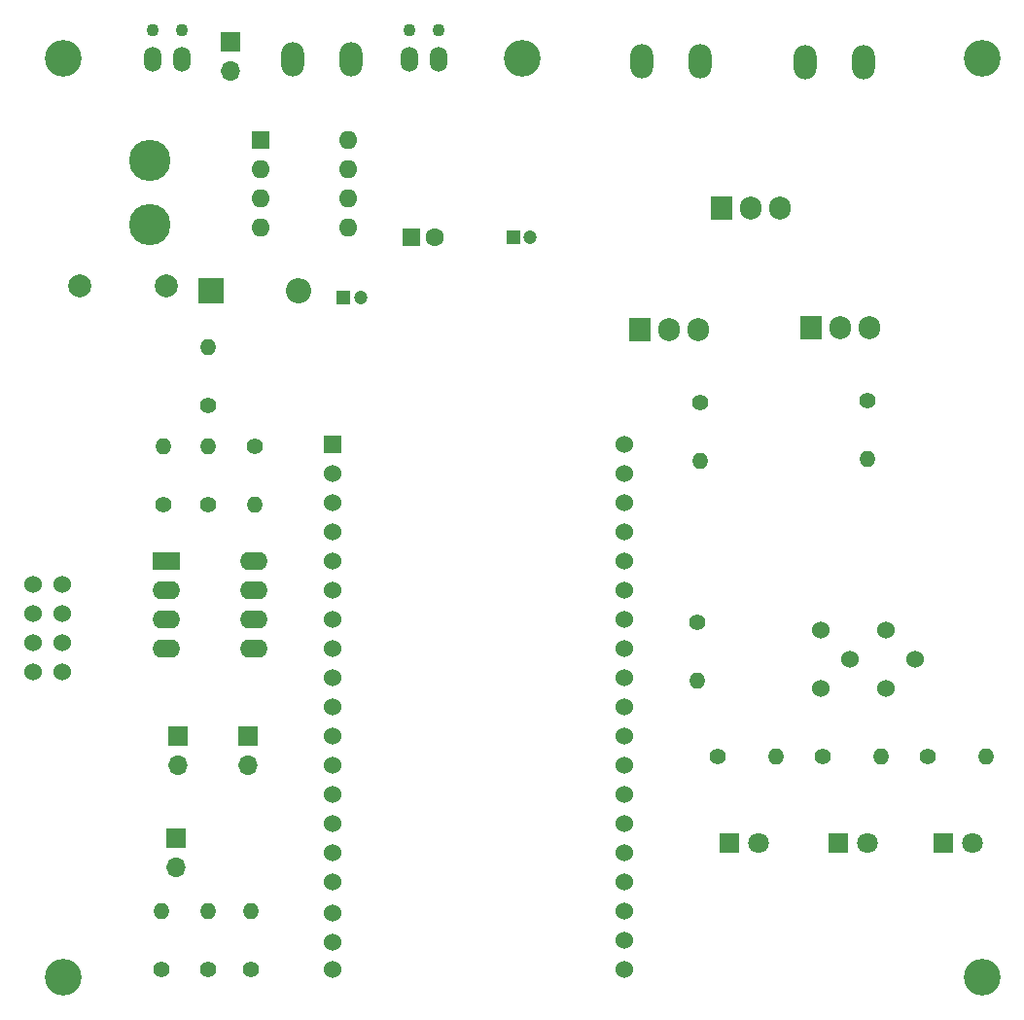
<source format=gbr>
%TF.GenerationSoftware,KiCad,Pcbnew,(5.1.9-0-10_14)*%
%TF.CreationDate,2021-09-01T12:04:37+01:00*%
%TF.ProjectId,SensorLights,53656e73-6f72-44c6-9967-6874732e6b69,1.1*%
%TF.SameCoordinates,Original*%
%TF.FileFunction,Soldermask,Top*%
%TF.FilePolarity,Negative*%
%FSLAX46Y46*%
G04 Gerber Fmt 4.6, Leading zero omitted, Abs format (unit mm)*
G04 Created by KiCad (PCBNEW (5.1.9-0-10_14)) date 2021-09-01 12:04:37*
%MOMM*%
%LPD*%
G01*
G04 APERTURE LIST*
%ADD10C,1.524000*%
%ADD11O,2.000000X3.000000*%
%ADD12C,1.200000*%
%ADD13R,1.200000X1.200000*%
%ADD14C,1.100000*%
%ADD15O,1.500000X2.200000*%
%ADD16O,1.600000X1.600000*%
%ADD17R,1.600000X1.600000*%
%ADD18R,1.524000X1.524000*%
%ADD19O,2.400000X1.600000*%
%ADD20R,2.400000X1.600000*%
%ADD21C,3.200000*%
%ADD22C,1.600000*%
%ADD23C,2.000000*%
%ADD24R,1.800000X1.800000*%
%ADD25C,1.800000*%
%ADD26O,1.905000X2.000000*%
%ADD27R,1.905000X2.000000*%
%ADD28R,2.200000X2.200000*%
%ADD29O,2.200000X2.200000*%
%ADD30O,1.700000X1.700000*%
%ADD31R,1.700000X1.700000*%
%ADD32C,3.600000*%
%ADD33C,1.400000*%
%ADD34O,1.400000X1.400000*%
G04 APERTURE END LIST*
D10*
%TO.C,U1*%
X104902000Y-97790000D03*
X104902000Y-100330000D03*
X104902000Y-102870000D03*
X104902000Y-105410000D03*
X107442000Y-105410000D03*
X107442000Y-97790000D03*
X107442000Y-100330000D03*
X107442000Y-102870000D03*
%TD*%
D11*
%TO.C,J3*%
X172085000Y-52324000D03*
X177165000Y-52324000D03*
%TD*%
D10*
%TO.C,RV2*%
X179172000Y-106807000D03*
X181712000Y-104267000D03*
X179172000Y-101727000D03*
%TD*%
%TO.C,RV1*%
X173482000Y-106807000D03*
X176022000Y-104267000D03*
X173482000Y-101727000D03*
%TD*%
D12*
%TO.C,C1*%
X148185000Y-67564000D03*
D13*
X146685000Y-67564000D03*
%TD*%
D12*
%TO.C,C4*%
X133387001Y-72829001D03*
D13*
X131887001Y-72829001D03*
%TD*%
D14*
%TO.C,J5*%
X137668000Y-49530000D03*
D15*
X137668000Y-52070000D03*
D14*
X140208000Y-49530000D03*
D15*
X140208000Y-52070000D03*
%TD*%
D14*
%TO.C,J2*%
X115316000Y-49530000D03*
D15*
X115316000Y-52070000D03*
D14*
X117856000Y-49530000D03*
D15*
X117856000Y-52070000D03*
%TD*%
D16*
%TO.C,U3*%
X132334000Y-59055000D03*
X124714000Y-66675000D03*
X132334000Y-61595000D03*
X124714000Y-64135000D03*
X132334000Y-64135000D03*
X124714000Y-61595000D03*
X132334000Y-66675000D03*
D17*
X124714000Y-59055000D03*
%TD*%
D11*
%TO.C,J4*%
X157861000Y-52197000D03*
X162941000Y-52197000D03*
%TD*%
%TO.C,J1*%
X127508000Y-52070000D03*
X132588000Y-52070000D03*
%TD*%
D10*
%TO.C,U2*%
X156337000Y-85598000D03*
X156337000Y-88138000D03*
X156337000Y-90678000D03*
X156337000Y-93218000D03*
X156337000Y-95758000D03*
X156337000Y-98298000D03*
X156337000Y-100838000D03*
X156337000Y-103378000D03*
X156337000Y-105918000D03*
X156337000Y-108458000D03*
X156337000Y-110998000D03*
X156337000Y-113538000D03*
X156337000Y-116078000D03*
X156337000Y-118618000D03*
X156337000Y-121158000D03*
X156337000Y-123698000D03*
X156337000Y-126238000D03*
X156337000Y-128778000D03*
X156337000Y-131318000D03*
X130937000Y-131318000D03*
X130937000Y-128905000D03*
X130937000Y-126365000D03*
X130937000Y-123698000D03*
X130937000Y-121158000D03*
X130937000Y-118618000D03*
X130937000Y-116078000D03*
X130937000Y-113538000D03*
X130937000Y-110998000D03*
X130937000Y-108458000D03*
X130937000Y-105918000D03*
X130937000Y-103378000D03*
X130937000Y-100838000D03*
X130937000Y-98298000D03*
X130937000Y-95758000D03*
X130937000Y-93218000D03*
X130937000Y-90678000D03*
X130937000Y-88138000D03*
D18*
X130937000Y-85598000D03*
%TD*%
D19*
%TO.C,SW1*%
X124079000Y-95758000D03*
X116459000Y-103378000D03*
X124079000Y-98298000D03*
X116459000Y-100838000D03*
X124079000Y-100838000D03*
X116459000Y-98298000D03*
X124079000Y-103378000D03*
D20*
X116459000Y-95758000D03*
%TD*%
D21*
%TO.C,REF\u002A\u002A*%
X107500000Y-132000000D03*
%TD*%
%TO.C,REF\u002A\u002A*%
X187500000Y-132000000D03*
%TD*%
%TO.C,REF\u002A\u002A*%
X187500000Y-52000000D03*
%TD*%
%TO.C,REF\u002A\u002A*%
X147500000Y-52000000D03*
%TD*%
%TO.C,REF\u002A\u002A*%
X107500000Y-52000000D03*
%TD*%
D17*
%TO.C,C2*%
X137843776Y-67548001D03*
D22*
X139843776Y-67548001D03*
%TD*%
D23*
%TO.C,C3*%
X108967001Y-71809001D03*
X116467001Y-71809001D03*
%TD*%
D24*
%TO.C,D1*%
X165481000Y-120269000D03*
D25*
X168021000Y-120269000D03*
%TD*%
%TO.C,D2*%
X177546000Y-120269000D03*
D24*
X175006000Y-120269000D03*
%TD*%
%TO.C,D3*%
X184150000Y-120269000D03*
D25*
X186690000Y-120269000D03*
%TD*%
D26*
%TO.C,D4*%
X169926000Y-65024000D03*
X167386000Y-65024000D03*
D27*
X164846000Y-65024000D03*
%TD*%
D28*
%TO.C,D5*%
X120367001Y-72179001D03*
D29*
X127987001Y-72179001D03*
%TD*%
D30*
%TO.C,JP1*%
X122047000Y-53086000D03*
D31*
X122047000Y-50546000D03*
%TD*%
%TO.C,JP2*%
X123571000Y-110998000D03*
D30*
X123571000Y-113538000D03*
%TD*%
%TO.C,JP3*%
X117475000Y-113538000D03*
D31*
X117475000Y-110998000D03*
%TD*%
%TO.C,JP4*%
X117348000Y-119888000D03*
D30*
X117348000Y-122428000D03*
%TD*%
D32*
%TO.C,L1*%
X115087001Y-60879001D03*
X115087001Y-66459001D03*
%TD*%
D27*
%TO.C,Q1*%
X172593000Y-75438000D03*
D26*
X175133000Y-75438000D03*
X177673000Y-75438000D03*
%TD*%
D27*
%TO.C,Q2*%
X157734000Y-75565000D03*
D26*
X160274000Y-75565000D03*
X162814000Y-75565000D03*
%TD*%
D33*
%TO.C,R1*%
X124206000Y-85725000D03*
D34*
X124206000Y-90805000D03*
%TD*%
%TO.C,R2*%
X120142000Y-77089000D03*
D33*
X120142000Y-82169000D03*
%TD*%
%TO.C,R3*%
X120142000Y-90805000D03*
D34*
X120142000Y-85725000D03*
%TD*%
%TO.C,R4*%
X116205000Y-85725000D03*
D33*
X116205000Y-90805000D03*
%TD*%
D34*
%TO.C,R5*%
X169545000Y-112776000D03*
D33*
X164465000Y-112776000D03*
%TD*%
D34*
%TO.C,R6*%
X177546000Y-86868000D03*
D33*
X177546000Y-81788000D03*
%TD*%
D34*
%TO.C,R7*%
X178689000Y-112776000D03*
D33*
X173609000Y-112776000D03*
%TD*%
%TO.C,R8*%
X182753000Y-112776000D03*
D34*
X187833000Y-112776000D03*
%TD*%
D33*
%TO.C,R9*%
X162941000Y-81915000D03*
D34*
X162941000Y-86995000D03*
%TD*%
D33*
%TO.C,R10*%
X162687000Y-101092000D03*
D34*
X162687000Y-106172000D03*
%TD*%
D33*
%TO.C,R11*%
X120142000Y-131318000D03*
D34*
X120142000Y-126238000D03*
%TD*%
%TO.C,R12*%
X123825000Y-126238000D03*
D33*
X123825000Y-131318000D03*
%TD*%
%TO.C,R13*%
X116078000Y-131318000D03*
D34*
X116078000Y-126238000D03*
%TD*%
M02*

</source>
